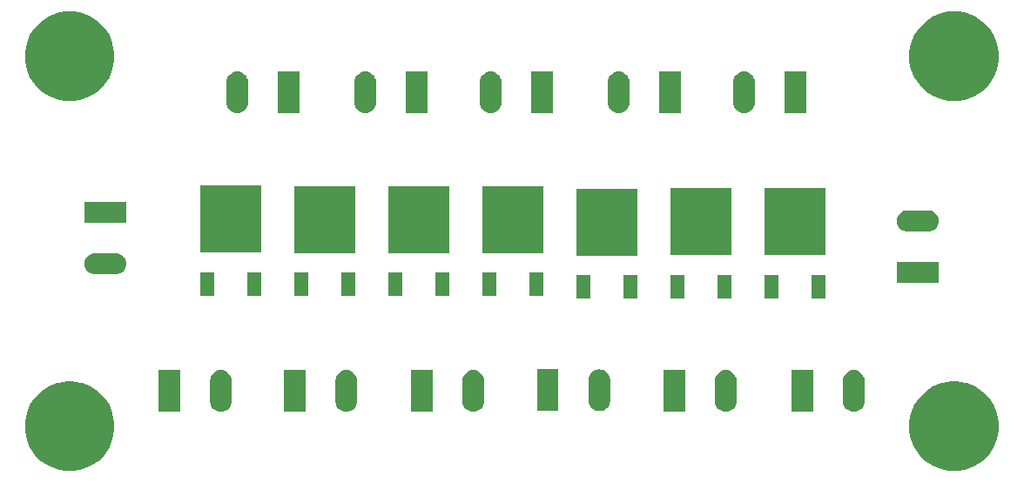
<source format=gts>
G04 #@! TF.GenerationSoftware,KiCad,Pcbnew,(5.1.4)-1*
G04 #@! TF.CreationDate,2019-11-29T00:22:24+00:00*
G04 #@! TF.ProjectId,relay-replacement-board,72656c61-792d-4726-9570-6c6163656d65,rev?*
G04 #@! TF.SameCoordinates,Original*
G04 #@! TF.FileFunction,Soldermask,Top*
G04 #@! TF.FilePolarity,Negative*
%FSLAX46Y46*%
G04 Gerber Fmt 4.6, Leading zero omitted, Abs format (unit mm)*
G04 Created by KiCad (PCBNEW (5.1.4)-1) date 2019-11-29 00:22:24*
%MOMM*%
%LPD*%
G04 APERTURE LIST*
%ADD10C,0.100000*%
G04 APERTURE END LIST*
D10*
G36*
X178548156Y-108672794D02*
G01*
X179269140Y-108816206D01*
X180060972Y-109144193D01*
X180773601Y-109620357D01*
X181379643Y-110226399D01*
X181855807Y-110939028D01*
X182183794Y-111730860D01*
X182351000Y-112571464D01*
X182351000Y-113428536D01*
X182183794Y-114269140D01*
X181855807Y-115060972D01*
X181379643Y-115773601D01*
X180773601Y-116379643D01*
X180060972Y-116855807D01*
X179269140Y-117183794D01*
X178548156Y-117327206D01*
X178428537Y-117351000D01*
X177571463Y-117351000D01*
X177451844Y-117327206D01*
X176730860Y-117183794D01*
X175939028Y-116855807D01*
X175226399Y-116379643D01*
X174620357Y-115773601D01*
X174144193Y-115060972D01*
X173816206Y-114269140D01*
X173649000Y-113428536D01*
X173649000Y-112571464D01*
X173816206Y-111730860D01*
X174144193Y-110939028D01*
X174620357Y-110226399D01*
X175226399Y-109620357D01*
X175939028Y-109144193D01*
X176730860Y-108816206D01*
X177451844Y-108672794D01*
X177571463Y-108649000D01*
X178428537Y-108649000D01*
X178548156Y-108672794D01*
X178548156Y-108672794D01*
G37*
G36*
X92548156Y-108672794D02*
G01*
X93269140Y-108816206D01*
X94060972Y-109144193D01*
X94773601Y-109620357D01*
X95379643Y-110226399D01*
X95855807Y-110939028D01*
X96183794Y-111730860D01*
X96351000Y-112571464D01*
X96351000Y-113428536D01*
X96183794Y-114269140D01*
X95855807Y-115060972D01*
X95379643Y-115773601D01*
X94773601Y-116379643D01*
X94060972Y-116855807D01*
X93269140Y-117183794D01*
X92548156Y-117327206D01*
X92428537Y-117351000D01*
X91571463Y-117351000D01*
X91451844Y-117327206D01*
X90730860Y-117183794D01*
X89939028Y-116855807D01*
X89226399Y-116379643D01*
X88620357Y-115773601D01*
X88144193Y-115060972D01*
X87816206Y-114269140D01*
X87649000Y-113428536D01*
X87649000Y-112571464D01*
X87816206Y-111730860D01*
X88144193Y-110939028D01*
X88620357Y-110226399D01*
X89226399Y-109620357D01*
X89939028Y-109144193D01*
X90730860Y-108816206D01*
X91451844Y-108672794D01*
X91571463Y-108649000D01*
X92428537Y-108649000D01*
X92548156Y-108672794D01*
X92548156Y-108672794D01*
G37*
G36*
X131454071Y-107554063D02*
G01*
X131650300Y-107613589D01*
X131831146Y-107710253D01*
X131872437Y-107744140D01*
X131989660Y-107840340D01*
X132119748Y-107998855D01*
X132178994Y-108109697D01*
X132216411Y-108179699D01*
X132275937Y-108375928D01*
X132291000Y-108528868D01*
X132291000Y-110611132D01*
X132275937Y-110764072D01*
X132216411Y-110960301D01*
X132216410Y-110960303D01*
X132119748Y-111141145D01*
X131989660Y-111299660D01*
X131831145Y-111429748D01*
X131650303Y-111526410D01*
X131650301Y-111526411D01*
X131454072Y-111585937D01*
X131250000Y-111606036D01*
X131045929Y-111585937D01*
X130849700Y-111526411D01*
X130849698Y-111526410D01*
X130668856Y-111429748D01*
X130510341Y-111299660D01*
X130380253Y-111141145D01*
X130283591Y-110960303D01*
X130283590Y-110960301D01*
X130224064Y-110764072D01*
X130209001Y-110611132D01*
X130209000Y-108528869D01*
X130224063Y-108375929D01*
X130283589Y-108179700D01*
X130380253Y-107998854D01*
X130414140Y-107957563D01*
X130510340Y-107840340D01*
X130668855Y-107710252D01*
X130849697Y-107613590D01*
X130849699Y-107613589D01*
X131045928Y-107554063D01*
X131250000Y-107533964D01*
X131454071Y-107554063D01*
X131454071Y-107554063D01*
G37*
G36*
X106912071Y-107554063D02*
G01*
X107108300Y-107613589D01*
X107289146Y-107710253D01*
X107330437Y-107744140D01*
X107447660Y-107840340D01*
X107577748Y-107998855D01*
X107636994Y-108109697D01*
X107674411Y-108179699D01*
X107733937Y-108375928D01*
X107749000Y-108528868D01*
X107749000Y-110611132D01*
X107733937Y-110764072D01*
X107674411Y-110960301D01*
X107674410Y-110960303D01*
X107577748Y-111141145D01*
X107447660Y-111299660D01*
X107289145Y-111429748D01*
X107108303Y-111526410D01*
X107108301Y-111526411D01*
X106912072Y-111585937D01*
X106708000Y-111606036D01*
X106503929Y-111585937D01*
X106307700Y-111526411D01*
X106307698Y-111526410D01*
X106126856Y-111429748D01*
X105968341Y-111299660D01*
X105838253Y-111141145D01*
X105741591Y-110960303D01*
X105741590Y-110960301D01*
X105682064Y-110764072D01*
X105667001Y-110611132D01*
X105667000Y-108528869D01*
X105682063Y-108375929D01*
X105741589Y-108179700D01*
X105838253Y-107998854D01*
X105872140Y-107957563D01*
X105968340Y-107840340D01*
X106126855Y-107710252D01*
X106307697Y-107613590D01*
X106307699Y-107613589D01*
X106503928Y-107554063D01*
X106708000Y-107533964D01*
X106912071Y-107554063D01*
X106912071Y-107554063D01*
G37*
G36*
X168442071Y-107554063D02*
G01*
X168638300Y-107613589D01*
X168819146Y-107710253D01*
X168860437Y-107744140D01*
X168977660Y-107840340D01*
X169107748Y-107998855D01*
X169166994Y-108109697D01*
X169204411Y-108179699D01*
X169263937Y-108375928D01*
X169279000Y-108528868D01*
X169279000Y-110611132D01*
X169263937Y-110764072D01*
X169204411Y-110960301D01*
X169204410Y-110960303D01*
X169107748Y-111141145D01*
X168977660Y-111299660D01*
X168819145Y-111429748D01*
X168638303Y-111526410D01*
X168638301Y-111526411D01*
X168442072Y-111585937D01*
X168238000Y-111606036D01*
X168033929Y-111585937D01*
X167837700Y-111526411D01*
X167837698Y-111526410D01*
X167656856Y-111429748D01*
X167498341Y-111299660D01*
X167368253Y-111141145D01*
X167271591Y-110960303D01*
X167271590Y-110960301D01*
X167212064Y-110764072D01*
X167197001Y-110611132D01*
X167197000Y-108528869D01*
X167212063Y-108375929D01*
X167271589Y-108179700D01*
X167368253Y-107998854D01*
X167402140Y-107957563D01*
X167498340Y-107840340D01*
X167656855Y-107710252D01*
X167837697Y-107613590D01*
X167837699Y-107613589D01*
X168033928Y-107554063D01*
X168238000Y-107533964D01*
X168442071Y-107554063D01*
X168442071Y-107554063D01*
G37*
G36*
X119104071Y-107554063D02*
G01*
X119300300Y-107613589D01*
X119481146Y-107710253D01*
X119522437Y-107744140D01*
X119639660Y-107840340D01*
X119769748Y-107998855D01*
X119828994Y-108109697D01*
X119866411Y-108179699D01*
X119925937Y-108375928D01*
X119941000Y-108528868D01*
X119941000Y-110611132D01*
X119925937Y-110764072D01*
X119866411Y-110960301D01*
X119866410Y-110960303D01*
X119769748Y-111141145D01*
X119639660Y-111299660D01*
X119481145Y-111429748D01*
X119300303Y-111526410D01*
X119300301Y-111526411D01*
X119104072Y-111585937D01*
X118900000Y-111606036D01*
X118695929Y-111585937D01*
X118499700Y-111526411D01*
X118499698Y-111526410D01*
X118318856Y-111429748D01*
X118160341Y-111299660D01*
X118030253Y-111141145D01*
X117933591Y-110960303D01*
X117933590Y-110960301D01*
X117874064Y-110764072D01*
X117859001Y-110611132D01*
X117859000Y-108528869D01*
X117874063Y-108375929D01*
X117933589Y-108179700D01*
X118030253Y-107998854D01*
X118064140Y-107957563D01*
X118160340Y-107840340D01*
X118318855Y-107710252D01*
X118499697Y-107613590D01*
X118499699Y-107613589D01*
X118695928Y-107554063D01*
X118900000Y-107533964D01*
X119104071Y-107554063D01*
X119104071Y-107554063D01*
G37*
G36*
X155996071Y-107554063D02*
G01*
X156192300Y-107613589D01*
X156373146Y-107710253D01*
X156414437Y-107744140D01*
X156531660Y-107840340D01*
X156661748Y-107998855D01*
X156720994Y-108109697D01*
X156758411Y-108179699D01*
X156817937Y-108375928D01*
X156833000Y-108528868D01*
X156833000Y-110611132D01*
X156817937Y-110764072D01*
X156758411Y-110960301D01*
X156758410Y-110960303D01*
X156661748Y-111141145D01*
X156531660Y-111299660D01*
X156373145Y-111429748D01*
X156192303Y-111526410D01*
X156192301Y-111526411D01*
X155996072Y-111585937D01*
X155792000Y-111606036D01*
X155587929Y-111585937D01*
X155391700Y-111526411D01*
X155391698Y-111526410D01*
X155210856Y-111429748D01*
X155052341Y-111299660D01*
X154922253Y-111141145D01*
X154825591Y-110960303D01*
X154825590Y-110960301D01*
X154766064Y-110764072D01*
X154751001Y-110611132D01*
X154751000Y-108528869D01*
X154766063Y-108375929D01*
X154825589Y-108179700D01*
X154922253Y-107998854D01*
X154956140Y-107957563D01*
X155052340Y-107840340D01*
X155210855Y-107710252D01*
X155391697Y-107613590D01*
X155391699Y-107613589D01*
X155587928Y-107554063D01*
X155792000Y-107533964D01*
X155996071Y-107554063D01*
X155996071Y-107554063D01*
G37*
G36*
X151833000Y-111601000D02*
G01*
X149751000Y-111601000D01*
X149751000Y-107539000D01*
X151833000Y-107539000D01*
X151833000Y-111601000D01*
X151833000Y-111601000D01*
G37*
G36*
X114941000Y-111601000D02*
G01*
X112859000Y-111601000D01*
X112859000Y-107539000D01*
X114941000Y-107539000D01*
X114941000Y-111601000D01*
X114941000Y-111601000D01*
G37*
G36*
X164279000Y-111601000D02*
G01*
X162197000Y-111601000D01*
X162197000Y-107539000D01*
X164279000Y-107539000D01*
X164279000Y-111601000D01*
X164279000Y-111601000D01*
G37*
G36*
X127291000Y-111601000D02*
G01*
X125209000Y-111601000D01*
X125209000Y-107539000D01*
X127291000Y-107539000D01*
X127291000Y-111601000D01*
X127291000Y-111601000D01*
G37*
G36*
X102749000Y-111601000D02*
G01*
X100667000Y-111601000D01*
X100667000Y-107539000D01*
X102749000Y-107539000D01*
X102749000Y-111601000D01*
X102749000Y-111601000D01*
G37*
G36*
X143704071Y-107484063D02*
G01*
X143900300Y-107543589D01*
X144081146Y-107640253D01*
X144122437Y-107674140D01*
X144239660Y-107770340D01*
X144369748Y-107928855D01*
X144407164Y-107998856D01*
X144466411Y-108109699D01*
X144525937Y-108305928D01*
X144541000Y-108458868D01*
X144541000Y-110541132D01*
X144525937Y-110694072D01*
X144466411Y-110890301D01*
X144466410Y-110890303D01*
X144369748Y-111071145D01*
X144239660Y-111229660D01*
X144081145Y-111359748D01*
X143950186Y-111429747D01*
X143900301Y-111456411D01*
X143704072Y-111515937D01*
X143500000Y-111536036D01*
X143295929Y-111515937D01*
X143099700Y-111456411D01*
X143049815Y-111429747D01*
X142918856Y-111359748D01*
X142760341Y-111229660D01*
X142630253Y-111071145D01*
X142533591Y-110890303D01*
X142533590Y-110890301D01*
X142474064Y-110694072D01*
X142459001Y-110541132D01*
X142459000Y-108458869D01*
X142474063Y-108305929D01*
X142533589Y-108109700D01*
X142630253Y-107928854D01*
X142664140Y-107887563D01*
X142760340Y-107770340D01*
X142918855Y-107640252D01*
X143099697Y-107543590D01*
X143099699Y-107543589D01*
X143295928Y-107484063D01*
X143500000Y-107463964D01*
X143704071Y-107484063D01*
X143704071Y-107484063D01*
G37*
G36*
X139541000Y-111531000D02*
G01*
X137459000Y-111531000D01*
X137459000Y-107469000D01*
X139541000Y-107469000D01*
X139541000Y-111531000D01*
X139541000Y-111531000D01*
G37*
G36*
X142615000Y-100585000D02*
G01*
X141313000Y-100585000D01*
X141313000Y-98283000D01*
X142615000Y-98283000D01*
X142615000Y-100585000D01*
X142615000Y-100585000D01*
G37*
G36*
X147175000Y-100585000D02*
G01*
X145873000Y-100585000D01*
X145873000Y-98283000D01*
X147175000Y-98283000D01*
X147175000Y-100585000D01*
X147175000Y-100585000D01*
G37*
G36*
X156318000Y-100550000D02*
G01*
X155016000Y-100550000D01*
X155016000Y-98248000D01*
X156318000Y-98248000D01*
X156318000Y-100550000D01*
X156318000Y-100550000D01*
G37*
G36*
X160904000Y-100550000D02*
G01*
X159602000Y-100550000D01*
X159602000Y-98248000D01*
X160904000Y-98248000D01*
X160904000Y-100550000D01*
X160904000Y-100550000D01*
G37*
G36*
X165464000Y-100550000D02*
G01*
X164162000Y-100550000D01*
X164162000Y-98248000D01*
X165464000Y-98248000D01*
X165464000Y-100550000D01*
X165464000Y-100550000D01*
G37*
G36*
X151758000Y-100550000D02*
G01*
X150456000Y-100550000D01*
X150456000Y-98248000D01*
X151758000Y-98248000D01*
X151758000Y-100550000D01*
X151758000Y-100550000D01*
G37*
G36*
X124327000Y-100331000D02*
G01*
X123025000Y-100331000D01*
X123025000Y-98029000D01*
X124327000Y-98029000D01*
X124327000Y-100331000D01*
X124327000Y-100331000D01*
G37*
G36*
X128887000Y-100331000D02*
G01*
X127585000Y-100331000D01*
X127585000Y-98029000D01*
X128887000Y-98029000D01*
X128887000Y-100331000D01*
X128887000Y-100331000D01*
G37*
G36*
X115183000Y-100331000D02*
G01*
X113881000Y-100331000D01*
X113881000Y-98029000D01*
X115183000Y-98029000D01*
X115183000Y-100331000D01*
X115183000Y-100331000D01*
G37*
G36*
X138031000Y-100331000D02*
G01*
X136729000Y-100331000D01*
X136729000Y-98029000D01*
X138031000Y-98029000D01*
X138031000Y-100331000D01*
X138031000Y-100331000D01*
G37*
G36*
X119743000Y-100331000D02*
G01*
X118441000Y-100331000D01*
X118441000Y-98029000D01*
X119743000Y-98029000D01*
X119743000Y-100331000D01*
X119743000Y-100331000D01*
G37*
G36*
X133471000Y-100331000D02*
G01*
X132169000Y-100331000D01*
X132169000Y-98029000D01*
X133471000Y-98029000D01*
X133471000Y-100331000D01*
X133471000Y-100331000D01*
G37*
G36*
X106040000Y-100296000D02*
G01*
X104738000Y-100296000D01*
X104738000Y-97994000D01*
X106040000Y-97994000D01*
X106040000Y-100296000D01*
X106040000Y-100296000D01*
G37*
G36*
X110600000Y-100296000D02*
G01*
X109298000Y-100296000D01*
X109298000Y-97994000D01*
X110600000Y-97994000D01*
X110600000Y-100296000D01*
X110600000Y-100296000D01*
G37*
G36*
X176501000Y-99069000D02*
G01*
X172439000Y-99069000D01*
X172439000Y-96987000D01*
X176501000Y-96987000D01*
X176501000Y-99069000D01*
X176501000Y-99069000D01*
G37*
G36*
X96568112Y-96150021D02*
G01*
X96670072Y-96160063D01*
X96866301Y-96219589D01*
X96866303Y-96219590D01*
X97047145Y-96316252D01*
X97205660Y-96446340D01*
X97335747Y-96604854D01*
X97432411Y-96785699D01*
X97491937Y-96981928D01*
X97512036Y-97186000D01*
X97491937Y-97390072D01*
X97432411Y-97586301D01*
X97432410Y-97586303D01*
X97335748Y-97767145D01*
X97205660Y-97925660D01*
X97047145Y-98055748D01*
X96866303Y-98152410D01*
X96866301Y-98152411D01*
X96670072Y-98211937D01*
X96568112Y-98221979D01*
X96517133Y-98227000D01*
X94434867Y-98227000D01*
X94383888Y-98221979D01*
X94281928Y-98211937D01*
X94085699Y-98152411D01*
X94085697Y-98152410D01*
X93904855Y-98055748D01*
X93746340Y-97925660D01*
X93616252Y-97767145D01*
X93519590Y-97586303D01*
X93519589Y-97586301D01*
X93460063Y-97390072D01*
X93439964Y-97186000D01*
X93460063Y-96981928D01*
X93519589Y-96785699D01*
X93616253Y-96604854D01*
X93746340Y-96446340D01*
X93904855Y-96316252D01*
X94085697Y-96219590D01*
X94085699Y-96219589D01*
X94281928Y-96160063D01*
X94383888Y-96150021D01*
X94434867Y-96145000D01*
X96517133Y-96145000D01*
X96568112Y-96150021D01*
X96568112Y-96150021D01*
G37*
G36*
X147195000Y-96385000D02*
G01*
X141293000Y-96385000D01*
X141293000Y-89883000D01*
X147195000Y-89883000D01*
X147195000Y-96385000D01*
X147195000Y-96385000D01*
G37*
G36*
X165484000Y-96350000D02*
G01*
X159582000Y-96350000D01*
X159582000Y-89848000D01*
X165484000Y-89848000D01*
X165484000Y-96350000D01*
X165484000Y-96350000D01*
G37*
G36*
X156338000Y-96350000D02*
G01*
X150436000Y-96350000D01*
X150436000Y-89848000D01*
X156338000Y-89848000D01*
X156338000Y-96350000D01*
X156338000Y-96350000D01*
G37*
G36*
X128907000Y-96131000D02*
G01*
X123005000Y-96131000D01*
X123005000Y-89629000D01*
X128907000Y-89629000D01*
X128907000Y-96131000D01*
X128907000Y-96131000D01*
G37*
G36*
X138051000Y-96131000D02*
G01*
X132149000Y-96131000D01*
X132149000Y-89629000D01*
X138051000Y-89629000D01*
X138051000Y-96131000D01*
X138051000Y-96131000D01*
G37*
G36*
X119763000Y-96131000D02*
G01*
X113861000Y-96131000D01*
X113861000Y-89629000D01*
X119763000Y-89629000D01*
X119763000Y-96131000D01*
X119763000Y-96131000D01*
G37*
G36*
X110620000Y-96096000D02*
G01*
X104718000Y-96096000D01*
X104718000Y-89594000D01*
X110620000Y-89594000D01*
X110620000Y-96096000D01*
X110620000Y-96096000D01*
G37*
G36*
X175562112Y-91992021D02*
G01*
X175664072Y-92002063D01*
X175860301Y-92061589D01*
X175860303Y-92061590D01*
X176041145Y-92158252D01*
X176199660Y-92288340D01*
X176329747Y-92446854D01*
X176426411Y-92627699D01*
X176485937Y-92823928D01*
X176506036Y-93028000D01*
X176485937Y-93232072D01*
X176426411Y-93428301D01*
X176426410Y-93428303D01*
X176329748Y-93609145D01*
X176199660Y-93767660D01*
X176041145Y-93897748D01*
X175860303Y-93994410D01*
X175860301Y-93994411D01*
X175664072Y-94053937D01*
X175562112Y-94063979D01*
X175511133Y-94069000D01*
X173428867Y-94069000D01*
X173377888Y-94063979D01*
X173275928Y-94053937D01*
X173079699Y-93994411D01*
X173079697Y-93994410D01*
X172898855Y-93897748D01*
X172740340Y-93767660D01*
X172610252Y-93609145D01*
X172513590Y-93428303D01*
X172513589Y-93428301D01*
X172454063Y-93232072D01*
X172433964Y-93028000D01*
X172454063Y-92823928D01*
X172513589Y-92627699D01*
X172610253Y-92446854D01*
X172740340Y-92288340D01*
X172898855Y-92158252D01*
X173079697Y-92061590D01*
X173079699Y-92061589D01*
X173275928Y-92002063D01*
X173377888Y-91992021D01*
X173428867Y-91987000D01*
X175511133Y-91987000D01*
X175562112Y-91992021D01*
X175562112Y-91992021D01*
G37*
G36*
X97507000Y-93227000D02*
G01*
X93445000Y-93227000D01*
X93445000Y-91145000D01*
X97507000Y-91145000D01*
X97507000Y-93227000D01*
X97507000Y-93227000D01*
G37*
G36*
X133138072Y-78486063D02*
G01*
X133334301Y-78545589D01*
X133334303Y-78545590D01*
X133515145Y-78642252D01*
X133673660Y-78772340D01*
X133803748Y-78930855D01*
X133863748Y-79043107D01*
X133900411Y-79111699D01*
X133959937Y-79307928D01*
X133975000Y-79460868D01*
X133975000Y-81543132D01*
X133959937Y-81696072D01*
X133900411Y-81892300D01*
X133900410Y-81892303D01*
X133803748Y-82073145D01*
X133673660Y-82231660D01*
X133556437Y-82327860D01*
X133515146Y-82361747D01*
X133334300Y-82458411D01*
X133138071Y-82517937D01*
X132934000Y-82538036D01*
X132729928Y-82517937D01*
X132533699Y-82458411D01*
X132533697Y-82458410D01*
X132352855Y-82361748D01*
X132194340Y-82231660D01*
X132098140Y-82114437D01*
X132064253Y-82073146D01*
X131967589Y-81892300D01*
X131908063Y-81696071D01*
X131893000Y-81543131D01*
X131893001Y-79460868D01*
X131908064Y-79307928D01*
X131967590Y-79111699D01*
X132004253Y-79043107D01*
X132064253Y-78930855D01*
X132194341Y-78772340D01*
X132352856Y-78642252D01*
X132533698Y-78545590D01*
X132533700Y-78545589D01*
X132729929Y-78486063D01*
X132934000Y-78465964D01*
X133138072Y-78486063D01*
X133138072Y-78486063D01*
G37*
G36*
X120946072Y-78486063D02*
G01*
X121142301Y-78545589D01*
X121142303Y-78545590D01*
X121323145Y-78642252D01*
X121481660Y-78772340D01*
X121611748Y-78930855D01*
X121671748Y-79043107D01*
X121708411Y-79111699D01*
X121767937Y-79307928D01*
X121783000Y-79460868D01*
X121783000Y-81543132D01*
X121767937Y-81696072D01*
X121708411Y-81892300D01*
X121708410Y-81892303D01*
X121611748Y-82073145D01*
X121481660Y-82231660D01*
X121364437Y-82327860D01*
X121323146Y-82361747D01*
X121142300Y-82458411D01*
X120946071Y-82517937D01*
X120742000Y-82538036D01*
X120537928Y-82517937D01*
X120341699Y-82458411D01*
X120341697Y-82458410D01*
X120160855Y-82361748D01*
X120002340Y-82231660D01*
X119906140Y-82114437D01*
X119872253Y-82073146D01*
X119775589Y-81892300D01*
X119716063Y-81696071D01*
X119701000Y-81543131D01*
X119701001Y-79460868D01*
X119716064Y-79307928D01*
X119775590Y-79111699D01*
X119812253Y-79043107D01*
X119872253Y-78930855D01*
X120002341Y-78772340D01*
X120160856Y-78642252D01*
X120341698Y-78545590D01*
X120341700Y-78545589D01*
X120537929Y-78486063D01*
X120742000Y-78465964D01*
X120946072Y-78486063D01*
X120946072Y-78486063D01*
G37*
G36*
X108500072Y-78486063D02*
G01*
X108696301Y-78545589D01*
X108696303Y-78545590D01*
X108877145Y-78642252D01*
X109035660Y-78772340D01*
X109165748Y-78930855D01*
X109225748Y-79043107D01*
X109262411Y-79111699D01*
X109321937Y-79307928D01*
X109337000Y-79460868D01*
X109337000Y-81543132D01*
X109321937Y-81696072D01*
X109262411Y-81892300D01*
X109262410Y-81892303D01*
X109165748Y-82073145D01*
X109035660Y-82231660D01*
X108918437Y-82327860D01*
X108877146Y-82361747D01*
X108696300Y-82458411D01*
X108500071Y-82517937D01*
X108296000Y-82538036D01*
X108091928Y-82517937D01*
X107895699Y-82458411D01*
X107895697Y-82458410D01*
X107714855Y-82361748D01*
X107556340Y-82231660D01*
X107460140Y-82114437D01*
X107426253Y-82073146D01*
X107329589Y-81892300D01*
X107270063Y-81696071D01*
X107255000Y-81543131D01*
X107255001Y-79460868D01*
X107270064Y-79307928D01*
X107329590Y-79111699D01*
X107366253Y-79043107D01*
X107426253Y-78930855D01*
X107556341Y-78772340D01*
X107714856Y-78642252D01*
X107895698Y-78545590D01*
X107895700Y-78545589D01*
X108091929Y-78486063D01*
X108296000Y-78465964D01*
X108500072Y-78486063D01*
X108500072Y-78486063D01*
G37*
G36*
X145584072Y-78486063D02*
G01*
X145780301Y-78545589D01*
X145780303Y-78545590D01*
X145961145Y-78642252D01*
X146119660Y-78772340D01*
X146249748Y-78930855D01*
X146309748Y-79043107D01*
X146346411Y-79111699D01*
X146405937Y-79307928D01*
X146421000Y-79460868D01*
X146421000Y-81543132D01*
X146405937Y-81696072D01*
X146346411Y-81892300D01*
X146346410Y-81892303D01*
X146249748Y-82073145D01*
X146119660Y-82231660D01*
X146002437Y-82327860D01*
X145961146Y-82361747D01*
X145780300Y-82458411D01*
X145584071Y-82517937D01*
X145380000Y-82538036D01*
X145175928Y-82517937D01*
X144979699Y-82458411D01*
X144979697Y-82458410D01*
X144798855Y-82361748D01*
X144640340Y-82231660D01*
X144544140Y-82114437D01*
X144510253Y-82073146D01*
X144413589Y-81892300D01*
X144354063Y-81696071D01*
X144339000Y-81543131D01*
X144339001Y-79460868D01*
X144354064Y-79307928D01*
X144413590Y-79111699D01*
X144450253Y-79043107D01*
X144510253Y-78930855D01*
X144640341Y-78772340D01*
X144798856Y-78642252D01*
X144979698Y-78545590D01*
X144979700Y-78545589D01*
X145175929Y-78486063D01*
X145380000Y-78465964D01*
X145584072Y-78486063D01*
X145584072Y-78486063D01*
G37*
G36*
X157776072Y-78486063D02*
G01*
X157972301Y-78545589D01*
X157972303Y-78545590D01*
X158153145Y-78642252D01*
X158311660Y-78772340D01*
X158441748Y-78930855D01*
X158501748Y-79043107D01*
X158538411Y-79111699D01*
X158597937Y-79307928D01*
X158613000Y-79460868D01*
X158613000Y-81543132D01*
X158597937Y-81696072D01*
X158538411Y-81892300D01*
X158538410Y-81892303D01*
X158441748Y-82073145D01*
X158311660Y-82231660D01*
X158194437Y-82327860D01*
X158153146Y-82361747D01*
X157972300Y-82458411D01*
X157776071Y-82517937D01*
X157572000Y-82538036D01*
X157367928Y-82517937D01*
X157171699Y-82458411D01*
X157171697Y-82458410D01*
X156990855Y-82361748D01*
X156832340Y-82231660D01*
X156736140Y-82114437D01*
X156702253Y-82073146D01*
X156605589Y-81892300D01*
X156546063Y-81696071D01*
X156531000Y-81543131D01*
X156531001Y-79460868D01*
X156546064Y-79307928D01*
X156605590Y-79111699D01*
X156642253Y-79043107D01*
X156702253Y-78930855D01*
X156832341Y-78772340D01*
X156990856Y-78642252D01*
X157171698Y-78545590D01*
X157171700Y-78545589D01*
X157367929Y-78486063D01*
X157572000Y-78465964D01*
X157776072Y-78486063D01*
X157776072Y-78486063D01*
G37*
G36*
X151421000Y-82533000D02*
G01*
X149339000Y-82533000D01*
X149339000Y-78471000D01*
X151421000Y-78471000D01*
X151421000Y-82533000D01*
X151421000Y-82533000D01*
G37*
G36*
X163613000Y-82533000D02*
G01*
X161531000Y-82533000D01*
X161531000Y-78471000D01*
X163613000Y-78471000D01*
X163613000Y-82533000D01*
X163613000Y-82533000D01*
G37*
G36*
X114337000Y-82533000D02*
G01*
X112255000Y-82533000D01*
X112255000Y-78471000D01*
X114337000Y-78471000D01*
X114337000Y-82533000D01*
X114337000Y-82533000D01*
G37*
G36*
X126783000Y-82533000D02*
G01*
X124701000Y-82533000D01*
X124701000Y-78471000D01*
X126783000Y-78471000D01*
X126783000Y-82533000D01*
X126783000Y-82533000D01*
G37*
G36*
X138975000Y-82533000D02*
G01*
X136893000Y-82533000D01*
X136893000Y-78471000D01*
X138975000Y-78471000D01*
X138975000Y-82533000D01*
X138975000Y-82533000D01*
G37*
G36*
X178548156Y-72672794D02*
G01*
X179269140Y-72816206D01*
X180060972Y-73144193D01*
X180773601Y-73620357D01*
X181379643Y-74226399D01*
X181855807Y-74939028D01*
X182183794Y-75730860D01*
X182351000Y-76571464D01*
X182351000Y-77428536D01*
X182183794Y-78269140D01*
X181855807Y-79060972D01*
X181379643Y-79773601D01*
X180773601Y-80379643D01*
X180060972Y-80855807D01*
X179269140Y-81183794D01*
X178548156Y-81327206D01*
X178428537Y-81351000D01*
X177571463Y-81351000D01*
X177451844Y-81327206D01*
X176730860Y-81183794D01*
X175939028Y-80855807D01*
X175226399Y-80379643D01*
X174620357Y-79773601D01*
X174144193Y-79060972D01*
X173816206Y-78269140D01*
X173649000Y-77428536D01*
X173649000Y-76571464D01*
X173816206Y-75730860D01*
X174144193Y-74939028D01*
X174620357Y-74226399D01*
X175226399Y-73620357D01*
X175939028Y-73144193D01*
X176730860Y-72816206D01*
X177451844Y-72672794D01*
X177571463Y-72649000D01*
X178428537Y-72649000D01*
X178548156Y-72672794D01*
X178548156Y-72672794D01*
G37*
G36*
X92548156Y-72672794D02*
G01*
X93269140Y-72816206D01*
X94060972Y-73144193D01*
X94773601Y-73620357D01*
X95379643Y-74226399D01*
X95855807Y-74939028D01*
X96183794Y-75730860D01*
X96351000Y-76571464D01*
X96351000Y-77428536D01*
X96183794Y-78269140D01*
X95855807Y-79060972D01*
X95379643Y-79773601D01*
X94773601Y-80379643D01*
X94060972Y-80855807D01*
X93269140Y-81183794D01*
X92548156Y-81327206D01*
X92428537Y-81351000D01*
X91571463Y-81351000D01*
X91451844Y-81327206D01*
X90730860Y-81183794D01*
X89939028Y-80855807D01*
X89226399Y-80379643D01*
X88620357Y-79773601D01*
X88144193Y-79060972D01*
X87816206Y-78269140D01*
X87649000Y-77428536D01*
X87649000Y-76571464D01*
X87816206Y-75730860D01*
X88144193Y-74939028D01*
X88620357Y-74226399D01*
X89226399Y-73620357D01*
X89939028Y-73144193D01*
X90730860Y-72816206D01*
X91451844Y-72672794D01*
X91571463Y-72649000D01*
X92428537Y-72649000D01*
X92548156Y-72672794D01*
X92548156Y-72672794D01*
G37*
M02*

</source>
